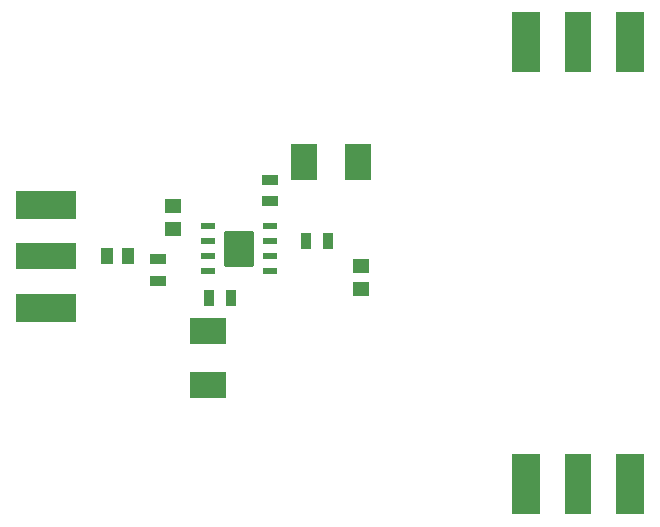
<source format=gbr>
%TF.GenerationSoftware,Altium Limited,Altium Designer,25.0.2 (28)*%
G04 Layer_Color=8421504*
%FSLAX45Y45*%
%MOMM*%
%TF.SameCoordinates,851EA07A-CAD4-451F-9E8F-DAFD993EE7E7*%
%TF.FilePolarity,Positive*%
%TF.FileFunction,Paste,Top*%
%TF.Part,Single*%
G01*
G75*
%TA.AperFunction,SMDPad,CuDef*%
%ADD10R,0.95000X1.40000*%
%TA.AperFunction,ConnectorPad*%
%ADD11R,2.41300X5.08000*%
%ADD12R,2.28600X5.08000*%
%TA.AperFunction,SMDPad,CuDef*%
%ADD13R,1.40000X0.95000*%
%ADD14R,2.28600X3.04800*%
G04:AMPARAMS|DCode=15|XSize=0.55mm|YSize=1.25mm|CornerRadius=0.0495mm|HoleSize=0mm|Usage=FLASHONLY|Rotation=90.000|XOffset=0mm|YOffset=0mm|HoleType=Round|Shape=RoundedRectangle|*
%AMROUNDEDRECTD15*
21,1,0.55000,1.15100,0,0,90.0*
21,1,0.45100,1.25000,0,0,90.0*
1,1,0.09900,0.57550,0.22550*
1,1,0.09900,0.57550,-0.22550*
1,1,0.09900,-0.57550,-0.22550*
1,1,0.09900,-0.57550,0.22550*
%
%ADD15ROUNDEDRECTD15*%
%ADD17R,1.45000X1.20000*%
%TA.AperFunction,ConnectorPad*%
%ADD18R,5.08000X2.41300*%
%ADD19R,5.08000X2.28600*%
%TA.AperFunction,SMDPad,CuDef*%
%ADD20R,3.04800X2.28600*%
%ADD21R,1.00000X1.35000*%
%TA.AperFunction,OtherPad,Pad U_amp-9 (44.577mm,48.26mm)*%
G04:AMPARAMS|DCode=42|XSize=2.49mm|YSize=3mm|CornerRadius=0.0498mm|HoleSize=0mm|Usage=FLASHONLY|Rotation=0.000|XOffset=0mm|YOffset=0mm|HoleType=Round|Shape=RoundedRectangle|*
%AMROUNDEDRECTD42*
21,1,2.49000,2.90040,0,0,0.0*
21,1,2.39040,3.00000,0,0,0.0*
1,1,0.09960,1.19520,-1.45020*
1,1,0.09960,-1.19520,-1.45020*
1,1,0.09960,-1.19520,1.45020*
1,1,0.09960,1.19520,1.45020*
%
%ADD42ROUNDEDRECTD42*%
D10*
X5025600Y4889500D02*
D03*
X5210600D02*
D03*
X4200100Y4406900D02*
D03*
X4385100D02*
D03*
D11*
X6889750Y2832100D02*
D03*
X7766050D02*
D03*
Y6578600D02*
D03*
X6889750D02*
D03*
D12*
X7327900Y2832100D02*
D03*
Y6578600D02*
D03*
D13*
X3771900Y4558240D02*
D03*
Y4743240D02*
D03*
X4719320Y5228800D02*
D03*
Y5413800D02*
D03*
D14*
X5461000Y5562600D02*
D03*
X5003800D02*
D03*
D15*
X4720200Y4635500D02*
D03*
Y4762500D02*
D03*
Y4889500D02*
D03*
Y5016500D02*
D03*
X4195200Y4635500D02*
D03*
Y4762500D02*
D03*
Y4889500D02*
D03*
Y5016500D02*
D03*
D17*
X3898900Y5192700D02*
D03*
Y4992700D02*
D03*
X5486400Y4684700D02*
D03*
Y4484700D02*
D03*
D18*
X2819400Y5200650D02*
D03*
Y4324350D02*
D03*
D19*
Y4762500D02*
D03*
D20*
X4191000Y3670300D02*
D03*
Y4127500D02*
D03*
D21*
X3340100Y4762500D02*
D03*
X3520100D02*
D03*
D42*
X4457700Y4826000D02*
D03*
%TF.MD5,11f788ec8e604167f693993023669872*%
M02*

</source>
